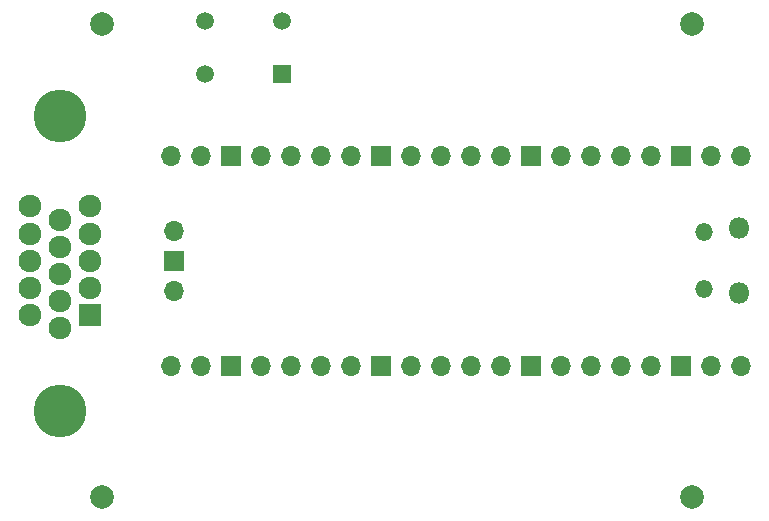
<source format=gbr>
%TF.GenerationSoftware,KiCad,Pcbnew,8.0.4*%
%TF.CreationDate,2025-01-24T17:00:10-06:00*%
%TF.ProjectId,potentiostat control,706f7465-6e74-4696-9f73-74617420636f,0.1*%
%TF.SameCoordinates,Original*%
%TF.FileFunction,Soldermask,Bot*%
%TF.FilePolarity,Negative*%
%FSLAX46Y46*%
G04 Gerber Fmt 4.6, Leading zero omitted, Abs format (unit mm)*
G04 Created by KiCad (PCBNEW 8.0.4) date 2025-01-24 17:00:10*
%MOMM*%
%LPD*%
G01*
G04 APERTURE LIST*
G04 Aperture macros list*
%AMRoundRect*
0 Rectangle with rounded corners*
0 $1 Rounding radius*
0 $2 $3 $4 $5 $6 $7 $8 $9 X,Y pos of 4 corners*
0 Add a 4 corners polygon primitive as box body*
4,1,4,$2,$3,$4,$5,$6,$7,$8,$9,$2,$3,0*
0 Add four circle primitives for the rounded corners*
1,1,$1+$1,$2,$3*
1,1,$1+$1,$4,$5*
1,1,$1+$1,$6,$7*
1,1,$1+$1,$8,$9*
0 Add four rect primitives between the rounded corners*
20,1,$1+$1,$2,$3,$4,$5,0*
20,1,$1+$1,$4,$5,$6,$7,0*
20,1,$1+$1,$6,$7,$8,$9,0*
20,1,$1+$1,$8,$9,$2,$3,0*%
G04 Aperture macros list end*
%ADD10C,2.000000*%
%ADD11O,1.800000X1.800000*%
%ADD12O,1.500000X1.500000*%
%ADD13O,1.700000X1.700000*%
%ADD14R,1.700000X1.700000*%
%ADD15R,1.498600X1.498600*%
%ADD16C,1.498600*%
%ADD17RoundRect,0.102000X0.862500X-0.862500X0.862500X0.862500X-0.862500X0.862500X-0.862500X-0.862500X0*%
%ADD18C,1.929000*%
%ADD19C,4.470000*%
G04 APERTURE END LIST*
D10*
%TO.C,REF\u002A\u002A*%
X150000000Y-120000000D03*
%TD*%
D11*
%TO.C,U1*%
X154000000Y-97275000D03*
D12*
X150970000Y-97575000D03*
X150970000Y-102425000D03*
D11*
X154000000Y-102725000D03*
D13*
X154130000Y-91110000D03*
X151590000Y-91110000D03*
D14*
X149050000Y-91110000D03*
D13*
X146510000Y-91110000D03*
X143970000Y-91110000D03*
X141430000Y-91110000D03*
X138890000Y-91110000D03*
D14*
X136350000Y-91110000D03*
D13*
X133810000Y-91110000D03*
X131270000Y-91110000D03*
X128730000Y-91110000D03*
X126190000Y-91110000D03*
D14*
X123650000Y-91110000D03*
D13*
X121110000Y-91110000D03*
X118570000Y-91110000D03*
X116030000Y-91110000D03*
X113490000Y-91110000D03*
D14*
X110950000Y-91110000D03*
D13*
X108410000Y-91110000D03*
X105870000Y-91110000D03*
X105870000Y-108890000D03*
X108410000Y-108890000D03*
D14*
X110950000Y-108890000D03*
D13*
X113490000Y-108890000D03*
X116030000Y-108890000D03*
X118570000Y-108890000D03*
X121110000Y-108890000D03*
D14*
X123650000Y-108890000D03*
D13*
X126190000Y-108890000D03*
X128730000Y-108890000D03*
X131270000Y-108890000D03*
X133810000Y-108890000D03*
D14*
X136350000Y-108890000D03*
D13*
X138890000Y-108890000D03*
X141430000Y-108890000D03*
X143970000Y-108890000D03*
X146510000Y-108890000D03*
D14*
X149050000Y-108890000D03*
D13*
X151590000Y-108890000D03*
X154130000Y-108890000D03*
X106100000Y-97460000D03*
D14*
X106100000Y-100000000D03*
D13*
X106100000Y-102540000D03*
%TD*%
D10*
%TO.C,REF\u002A\u002A*%
X100000000Y-120000000D03*
%TD*%
%TO.C,REF\u002A\u002A*%
X150000000Y-80000000D03*
%TD*%
%TO.C,REF\u002A\u002A*%
X100000000Y-80000000D03*
%TD*%
D15*
%TO.C,SW1*%
X115250001Y-84239401D03*
D16*
X108750000Y-84239401D03*
X115250001Y-79739400D03*
X108750000Y-79739400D03*
%TD*%
D17*
%TO.C,J1*%
X99000000Y-104580000D03*
D18*
X99000000Y-102290000D03*
X99000000Y-100000000D03*
X99000000Y-97710000D03*
X99000000Y-95420000D03*
X96460000Y-105725000D03*
X96460000Y-103435000D03*
X96460000Y-101145000D03*
X96460000Y-98855000D03*
X96460000Y-96565000D03*
X93920000Y-104580000D03*
X93920000Y-102290000D03*
X93920000Y-100000000D03*
X93920000Y-97710000D03*
X93920000Y-95420000D03*
D19*
X96460000Y-112745000D03*
X96460000Y-87755000D03*
%TD*%
M02*

</source>
